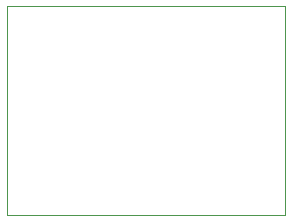
<source format=gbr>
%TF.GenerationSoftware,KiCad,Pcbnew,8.0.9-8.0.9-0~ubuntu22.04.1*%
%TF.CreationDate,2025-08-20T20:13:53+09:00*%
%TF.ProjectId,PD-Trigger,50442d54-7269-4676-9765-722e6b696361,rev?*%
%TF.SameCoordinates,Original*%
%TF.FileFunction,Profile,NP*%
%FSLAX46Y46*%
G04 Gerber Fmt 4.6, Leading zero omitted, Abs format (unit mm)*
G04 Created by KiCad (PCBNEW 8.0.9-8.0.9-0~ubuntu22.04.1) date 2025-08-20 20:13:53*
%MOMM*%
%LPD*%
G01*
G04 APERTURE LIST*
%TA.AperFunction,Profile*%
%ADD10C,0.050000*%
%TD*%
G04 APERTURE END LIST*
D10*
X41251200Y-36171200D02*
X64798000Y-36171200D01*
X64798000Y-53926000D01*
X41251200Y-53926000D01*
X41251200Y-36171200D01*
M02*

</source>
